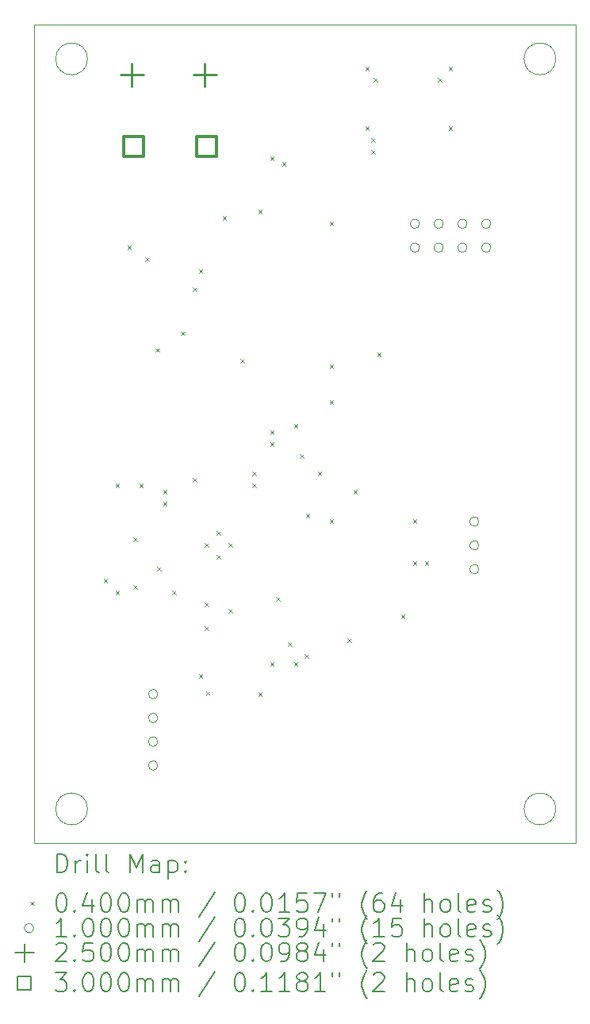
<source format=gbr>
%TF.GenerationSoftware,KiCad,Pcbnew,7.0.2*%
%TF.CreationDate,2023-07-26T12:22:07-04:00*%
%TF.ProjectId,avc-computer,6176632d-636f-46d7-9075-7465722e6b69,rev?*%
%TF.SameCoordinates,Original*%
%TF.FileFunction,Drillmap*%
%TF.FilePolarity,Positive*%
%FSLAX45Y45*%
G04 Gerber Fmt 4.5, Leading zero omitted, Abs format (unit mm)*
G04 Created by KiCad (PCBNEW 7.0.2) date 2023-07-26 12:22:07*
%MOMM*%
%LPD*%
G01*
G04 APERTURE LIST*
%ADD10C,0.100000*%
%ADD11C,0.200000*%
%ADD12C,0.040000*%
%ADD13C,0.250000*%
%ADD14C,0.300000*%
G04 APERTURE END LIST*
D10*
X9904000Y-13925050D02*
G75*
G03*
X9904000Y-13925050I-170000J0D01*
G01*
X9334500Y-5562600D02*
X15113000Y-5562600D01*
X15113000Y-14287500D01*
X9334500Y-14287500D01*
X9334500Y-5562600D01*
X9904000Y-5925050D02*
G75*
G03*
X9904000Y-5925050I-170000J0D01*
G01*
X14904000Y-5925050D02*
G75*
G03*
X14904000Y-5925050I-170000J0D01*
G01*
X14904000Y-13925050D02*
G75*
G03*
X14904000Y-13925050I-170000J0D01*
G01*
D11*
D12*
X10076500Y-11473500D02*
X10116500Y-11513500D01*
X10116500Y-11473500D02*
X10076500Y-11513500D01*
X10203500Y-10457500D02*
X10243500Y-10497500D01*
X10243500Y-10457500D02*
X10203500Y-10497500D01*
X10203500Y-11600500D02*
X10243500Y-11640500D01*
X10243500Y-11600500D02*
X10203500Y-11640500D01*
X10330500Y-7917500D02*
X10370500Y-7957500D01*
X10370500Y-7917500D02*
X10330500Y-7957500D01*
X10394000Y-11029000D02*
X10434000Y-11069000D01*
X10434000Y-11029000D02*
X10394000Y-11069000D01*
X10394000Y-11537000D02*
X10434000Y-11577000D01*
X10434000Y-11537000D02*
X10394000Y-11577000D01*
X10457500Y-10457500D02*
X10497500Y-10497500D01*
X10497500Y-10457500D02*
X10457500Y-10497500D01*
X10521000Y-8044500D02*
X10561000Y-8084500D01*
X10561000Y-8044500D02*
X10521000Y-8084500D01*
X10633000Y-9012000D02*
X10673000Y-9052000D01*
X10673000Y-9012000D02*
X10633000Y-9052000D01*
X10648000Y-11346500D02*
X10688000Y-11386500D01*
X10688000Y-11346500D02*
X10648000Y-11386500D01*
X10711500Y-10521000D02*
X10751500Y-10561000D01*
X10751500Y-10521000D02*
X10711500Y-10561000D01*
X10711500Y-10648000D02*
X10751500Y-10688000D01*
X10751500Y-10648000D02*
X10711500Y-10688000D01*
X10806500Y-11600500D02*
X10846500Y-11640500D01*
X10846500Y-11600500D02*
X10806500Y-11640500D01*
X10902000Y-8834250D02*
X10942000Y-8874250D01*
X10942000Y-8834250D02*
X10902000Y-8874250D01*
X11029000Y-8362000D02*
X11069000Y-8402000D01*
X11069000Y-8362000D02*
X11029000Y-8402000D01*
X11029000Y-10394000D02*
X11069000Y-10434000D01*
X11069000Y-10394000D02*
X11029000Y-10434000D01*
X11092500Y-8171500D02*
X11132500Y-8211500D01*
X11132500Y-8171500D02*
X11092500Y-8211500D01*
X11092500Y-12489500D02*
X11132500Y-12529500D01*
X11132500Y-12489500D02*
X11092500Y-12529500D01*
X11156000Y-11092500D02*
X11196000Y-11132500D01*
X11196000Y-11092500D02*
X11156000Y-11132500D01*
X11156000Y-11727500D02*
X11196000Y-11767500D01*
X11196000Y-11727500D02*
X11156000Y-11767500D01*
X11156000Y-11981500D02*
X11196000Y-12021500D01*
X11196000Y-11981500D02*
X11156000Y-12021500D01*
X11168269Y-12667731D02*
X11208269Y-12707731D01*
X11208269Y-12667731D02*
X11168269Y-12707731D01*
X11283000Y-10965500D02*
X11323000Y-11005500D01*
X11323000Y-10965500D02*
X11283000Y-11005500D01*
X11283000Y-11219500D02*
X11323000Y-11259500D01*
X11323000Y-11219500D02*
X11283000Y-11259500D01*
X11346500Y-7600000D02*
X11386500Y-7640000D01*
X11386500Y-7600000D02*
X11346500Y-7640000D01*
X11410000Y-11092500D02*
X11450000Y-11132500D01*
X11450000Y-11092500D02*
X11410000Y-11132500D01*
X11410000Y-11791000D02*
X11450000Y-11831000D01*
X11450000Y-11791000D02*
X11410000Y-11831000D01*
X11537000Y-9124000D02*
X11577000Y-9164000D01*
X11577000Y-9124000D02*
X11537000Y-9164000D01*
X11664000Y-10330500D02*
X11704000Y-10370500D01*
X11704000Y-10330500D02*
X11664000Y-10370500D01*
X11664000Y-10457500D02*
X11704000Y-10497500D01*
X11704000Y-10457500D02*
X11664000Y-10497500D01*
X11727500Y-7536500D02*
X11767500Y-7576500D01*
X11767500Y-7536500D02*
X11727500Y-7576500D01*
X11727500Y-12680000D02*
X11767500Y-12720000D01*
X11767500Y-12680000D02*
X11727500Y-12720000D01*
X11854500Y-6965000D02*
X11894500Y-7005000D01*
X11894500Y-6965000D02*
X11854500Y-7005000D01*
X11854500Y-9886000D02*
X11894500Y-9926000D01*
X11894500Y-9886000D02*
X11854500Y-9926000D01*
X11854500Y-10013000D02*
X11894500Y-10053000D01*
X11894500Y-10013000D02*
X11854500Y-10053000D01*
X11854500Y-12362500D02*
X11894500Y-12402500D01*
X11894500Y-12362500D02*
X11854500Y-12402500D01*
X11918000Y-11664000D02*
X11958000Y-11704000D01*
X11958000Y-11664000D02*
X11918000Y-11704000D01*
X11981500Y-7028500D02*
X12021500Y-7068500D01*
X12021500Y-7028500D02*
X11981500Y-7068500D01*
X12045000Y-12146600D02*
X12085000Y-12186600D01*
X12085000Y-12146600D02*
X12045000Y-12186600D01*
X12108500Y-9822500D02*
X12148500Y-9862500D01*
X12148500Y-9822500D02*
X12108500Y-9862500D01*
X12108500Y-12362500D02*
X12148500Y-12402500D01*
X12148500Y-12362500D02*
X12108500Y-12402500D01*
X12172000Y-10140000D02*
X12212000Y-10180000D01*
X12212000Y-10140000D02*
X12172000Y-10180000D01*
X12222800Y-12273600D02*
X12262800Y-12313600D01*
X12262800Y-12273600D02*
X12222800Y-12313600D01*
X12235500Y-10775000D02*
X12275500Y-10815000D01*
X12275500Y-10775000D02*
X12235500Y-10815000D01*
X12362500Y-10330500D02*
X12402500Y-10370500D01*
X12402500Y-10330500D02*
X12362500Y-10370500D01*
X12489500Y-7663500D02*
X12529500Y-7703500D01*
X12529500Y-7663500D02*
X12489500Y-7703500D01*
X12489500Y-9187500D02*
X12529500Y-9227500D01*
X12529500Y-9187500D02*
X12489500Y-9227500D01*
X12489500Y-9568500D02*
X12529500Y-9608500D01*
X12529500Y-9568500D02*
X12489500Y-9608500D01*
X12489500Y-10838500D02*
X12529500Y-10878500D01*
X12529500Y-10838500D02*
X12489500Y-10878500D01*
X12680000Y-12108500D02*
X12720000Y-12148500D01*
X12720000Y-12108500D02*
X12680000Y-12148500D01*
X12743500Y-10521000D02*
X12783500Y-10561000D01*
X12783500Y-10521000D02*
X12743500Y-10561000D01*
X12870500Y-6012500D02*
X12910500Y-6052500D01*
X12910500Y-6012500D02*
X12870500Y-6052500D01*
X12870500Y-6647500D02*
X12910500Y-6687500D01*
X12910500Y-6647500D02*
X12870500Y-6687500D01*
X12934000Y-6774500D02*
X12974000Y-6814500D01*
X12974000Y-6774500D02*
X12934000Y-6814500D01*
X12934000Y-6901500D02*
X12974000Y-6941500D01*
X12974000Y-6901500D02*
X12934000Y-6941500D01*
X12959400Y-6126800D02*
X12999400Y-6166800D01*
X12999400Y-6126800D02*
X12959400Y-6166800D01*
X12997500Y-9060500D02*
X13037500Y-9100500D01*
X13037500Y-9060500D02*
X12997500Y-9100500D01*
X13251500Y-11854500D02*
X13291500Y-11894500D01*
X13291500Y-11854500D02*
X13251500Y-11894500D01*
X13378500Y-10838500D02*
X13418500Y-10878500D01*
X13418500Y-10838500D02*
X13378500Y-10878500D01*
X13378500Y-11283000D02*
X13418500Y-11323000D01*
X13418500Y-11283000D02*
X13378500Y-11323000D01*
X13505500Y-11283000D02*
X13545500Y-11323000D01*
X13545500Y-11283000D02*
X13505500Y-11323000D01*
X13645200Y-6126800D02*
X13685200Y-6166800D01*
X13685200Y-6126800D02*
X13645200Y-6166800D01*
X13759500Y-6012500D02*
X13799500Y-6052500D01*
X13799500Y-6012500D02*
X13759500Y-6052500D01*
X13759500Y-6647500D02*
X13799500Y-6687500D01*
X13799500Y-6647500D02*
X13759500Y-6687500D01*
D10*
X10654500Y-12700000D02*
G75*
G03*
X10654500Y-12700000I-50000J0D01*
G01*
X10654500Y-12954000D02*
G75*
G03*
X10654500Y-12954000I-50000J0D01*
G01*
X10654500Y-13208000D02*
G75*
G03*
X10654500Y-13208000I-50000J0D01*
G01*
X10654500Y-13462000D02*
G75*
G03*
X10654500Y-13462000I-50000J0D01*
G01*
X13448500Y-7683500D02*
G75*
G03*
X13448500Y-7683500I-50000J0D01*
G01*
X13448500Y-7937500D02*
G75*
G03*
X13448500Y-7937500I-50000J0D01*
G01*
X13702500Y-7683500D02*
G75*
G03*
X13702500Y-7683500I-50000J0D01*
G01*
X13702500Y-7937500D02*
G75*
G03*
X13702500Y-7937500I-50000J0D01*
G01*
X13956500Y-7683500D02*
G75*
G03*
X13956500Y-7683500I-50000J0D01*
G01*
X13956500Y-7937500D02*
G75*
G03*
X13956500Y-7937500I-50000J0D01*
G01*
X14083500Y-10860000D02*
G75*
G03*
X14083500Y-10860000I-50000J0D01*
G01*
X14083500Y-11114000D02*
G75*
G03*
X14083500Y-11114000I-50000J0D01*
G01*
X14083500Y-11368000D02*
G75*
G03*
X14083500Y-11368000I-50000J0D01*
G01*
X14210500Y-7683500D02*
G75*
G03*
X14210500Y-7683500I-50000J0D01*
G01*
X14210500Y-7937500D02*
G75*
G03*
X14210500Y-7937500I-50000J0D01*
G01*
D13*
X10378000Y-5971000D02*
X10378000Y-6221000D01*
X10253000Y-6096000D02*
X10503000Y-6096000D01*
X11158000Y-5971000D02*
X11158000Y-6221000D01*
X11033000Y-6096000D02*
X11283000Y-6096000D01*
D14*
X10502067Y-6964067D02*
X10502067Y-6751933D01*
X10289933Y-6751933D01*
X10289933Y-6964067D01*
X10502067Y-6964067D01*
X11282067Y-6964067D02*
X11282067Y-6751933D01*
X11069933Y-6751933D01*
X11069933Y-6964067D01*
X11282067Y-6964067D01*
D11*
X9577119Y-14605024D02*
X9577119Y-14405024D01*
X9577119Y-14405024D02*
X9624738Y-14405024D01*
X9624738Y-14405024D02*
X9653310Y-14414548D01*
X9653310Y-14414548D02*
X9672357Y-14433595D01*
X9672357Y-14433595D02*
X9681881Y-14452643D01*
X9681881Y-14452643D02*
X9691405Y-14490738D01*
X9691405Y-14490738D02*
X9691405Y-14519309D01*
X9691405Y-14519309D02*
X9681881Y-14557405D01*
X9681881Y-14557405D02*
X9672357Y-14576452D01*
X9672357Y-14576452D02*
X9653310Y-14595500D01*
X9653310Y-14595500D02*
X9624738Y-14605024D01*
X9624738Y-14605024D02*
X9577119Y-14605024D01*
X9777119Y-14605024D02*
X9777119Y-14471690D01*
X9777119Y-14509786D02*
X9786643Y-14490738D01*
X9786643Y-14490738D02*
X9796167Y-14481214D01*
X9796167Y-14481214D02*
X9815214Y-14471690D01*
X9815214Y-14471690D02*
X9834262Y-14471690D01*
X9900929Y-14605024D02*
X9900929Y-14471690D01*
X9900929Y-14405024D02*
X9891405Y-14414548D01*
X9891405Y-14414548D02*
X9900929Y-14424071D01*
X9900929Y-14424071D02*
X9910452Y-14414548D01*
X9910452Y-14414548D02*
X9900929Y-14405024D01*
X9900929Y-14405024D02*
X9900929Y-14424071D01*
X10024738Y-14605024D02*
X10005690Y-14595500D01*
X10005690Y-14595500D02*
X9996167Y-14576452D01*
X9996167Y-14576452D02*
X9996167Y-14405024D01*
X10129500Y-14605024D02*
X10110452Y-14595500D01*
X10110452Y-14595500D02*
X10100929Y-14576452D01*
X10100929Y-14576452D02*
X10100929Y-14405024D01*
X10358071Y-14605024D02*
X10358071Y-14405024D01*
X10358071Y-14405024D02*
X10424738Y-14547881D01*
X10424738Y-14547881D02*
X10491405Y-14405024D01*
X10491405Y-14405024D02*
X10491405Y-14605024D01*
X10672357Y-14605024D02*
X10672357Y-14500262D01*
X10672357Y-14500262D02*
X10662833Y-14481214D01*
X10662833Y-14481214D02*
X10643786Y-14471690D01*
X10643786Y-14471690D02*
X10605690Y-14471690D01*
X10605690Y-14471690D02*
X10586643Y-14481214D01*
X10672357Y-14595500D02*
X10653310Y-14605024D01*
X10653310Y-14605024D02*
X10605690Y-14605024D01*
X10605690Y-14605024D02*
X10586643Y-14595500D01*
X10586643Y-14595500D02*
X10577119Y-14576452D01*
X10577119Y-14576452D02*
X10577119Y-14557405D01*
X10577119Y-14557405D02*
X10586643Y-14538357D01*
X10586643Y-14538357D02*
X10605690Y-14528833D01*
X10605690Y-14528833D02*
X10653310Y-14528833D01*
X10653310Y-14528833D02*
X10672357Y-14519309D01*
X10767595Y-14471690D02*
X10767595Y-14671690D01*
X10767595Y-14481214D02*
X10786643Y-14471690D01*
X10786643Y-14471690D02*
X10824738Y-14471690D01*
X10824738Y-14471690D02*
X10843786Y-14481214D01*
X10843786Y-14481214D02*
X10853310Y-14490738D01*
X10853310Y-14490738D02*
X10862833Y-14509786D01*
X10862833Y-14509786D02*
X10862833Y-14566928D01*
X10862833Y-14566928D02*
X10853310Y-14585976D01*
X10853310Y-14585976D02*
X10843786Y-14595500D01*
X10843786Y-14595500D02*
X10824738Y-14605024D01*
X10824738Y-14605024D02*
X10786643Y-14605024D01*
X10786643Y-14605024D02*
X10767595Y-14595500D01*
X10948548Y-14585976D02*
X10958071Y-14595500D01*
X10958071Y-14595500D02*
X10948548Y-14605024D01*
X10948548Y-14605024D02*
X10939024Y-14595500D01*
X10939024Y-14595500D02*
X10948548Y-14585976D01*
X10948548Y-14585976D02*
X10948548Y-14605024D01*
X10948548Y-14481214D02*
X10958071Y-14490738D01*
X10958071Y-14490738D02*
X10948548Y-14500262D01*
X10948548Y-14500262D02*
X10939024Y-14490738D01*
X10939024Y-14490738D02*
X10948548Y-14481214D01*
X10948548Y-14481214D02*
X10948548Y-14500262D01*
D12*
X9289500Y-14912500D02*
X9329500Y-14952500D01*
X9329500Y-14912500D02*
X9289500Y-14952500D01*
D11*
X9615214Y-14825024D02*
X9634262Y-14825024D01*
X9634262Y-14825024D02*
X9653310Y-14834548D01*
X9653310Y-14834548D02*
X9662833Y-14844071D01*
X9662833Y-14844071D02*
X9672357Y-14863119D01*
X9672357Y-14863119D02*
X9681881Y-14901214D01*
X9681881Y-14901214D02*
X9681881Y-14948833D01*
X9681881Y-14948833D02*
X9672357Y-14986928D01*
X9672357Y-14986928D02*
X9662833Y-15005976D01*
X9662833Y-15005976D02*
X9653310Y-15015500D01*
X9653310Y-15015500D02*
X9634262Y-15025024D01*
X9634262Y-15025024D02*
X9615214Y-15025024D01*
X9615214Y-15025024D02*
X9596167Y-15015500D01*
X9596167Y-15015500D02*
X9586643Y-15005976D01*
X9586643Y-15005976D02*
X9577119Y-14986928D01*
X9577119Y-14986928D02*
X9567595Y-14948833D01*
X9567595Y-14948833D02*
X9567595Y-14901214D01*
X9567595Y-14901214D02*
X9577119Y-14863119D01*
X9577119Y-14863119D02*
X9586643Y-14844071D01*
X9586643Y-14844071D02*
X9596167Y-14834548D01*
X9596167Y-14834548D02*
X9615214Y-14825024D01*
X9767595Y-15005976D02*
X9777119Y-15015500D01*
X9777119Y-15015500D02*
X9767595Y-15025024D01*
X9767595Y-15025024D02*
X9758071Y-15015500D01*
X9758071Y-15015500D02*
X9767595Y-15005976D01*
X9767595Y-15005976D02*
X9767595Y-15025024D01*
X9948548Y-14891690D02*
X9948548Y-15025024D01*
X9900929Y-14815500D02*
X9853310Y-14958357D01*
X9853310Y-14958357D02*
X9977119Y-14958357D01*
X10091405Y-14825024D02*
X10110452Y-14825024D01*
X10110452Y-14825024D02*
X10129500Y-14834548D01*
X10129500Y-14834548D02*
X10139024Y-14844071D01*
X10139024Y-14844071D02*
X10148548Y-14863119D01*
X10148548Y-14863119D02*
X10158071Y-14901214D01*
X10158071Y-14901214D02*
X10158071Y-14948833D01*
X10158071Y-14948833D02*
X10148548Y-14986928D01*
X10148548Y-14986928D02*
X10139024Y-15005976D01*
X10139024Y-15005976D02*
X10129500Y-15015500D01*
X10129500Y-15015500D02*
X10110452Y-15025024D01*
X10110452Y-15025024D02*
X10091405Y-15025024D01*
X10091405Y-15025024D02*
X10072357Y-15015500D01*
X10072357Y-15015500D02*
X10062833Y-15005976D01*
X10062833Y-15005976D02*
X10053310Y-14986928D01*
X10053310Y-14986928D02*
X10043786Y-14948833D01*
X10043786Y-14948833D02*
X10043786Y-14901214D01*
X10043786Y-14901214D02*
X10053310Y-14863119D01*
X10053310Y-14863119D02*
X10062833Y-14844071D01*
X10062833Y-14844071D02*
X10072357Y-14834548D01*
X10072357Y-14834548D02*
X10091405Y-14825024D01*
X10281881Y-14825024D02*
X10300929Y-14825024D01*
X10300929Y-14825024D02*
X10319976Y-14834548D01*
X10319976Y-14834548D02*
X10329500Y-14844071D01*
X10329500Y-14844071D02*
X10339024Y-14863119D01*
X10339024Y-14863119D02*
X10348548Y-14901214D01*
X10348548Y-14901214D02*
X10348548Y-14948833D01*
X10348548Y-14948833D02*
X10339024Y-14986928D01*
X10339024Y-14986928D02*
X10329500Y-15005976D01*
X10329500Y-15005976D02*
X10319976Y-15015500D01*
X10319976Y-15015500D02*
X10300929Y-15025024D01*
X10300929Y-15025024D02*
X10281881Y-15025024D01*
X10281881Y-15025024D02*
X10262833Y-15015500D01*
X10262833Y-15015500D02*
X10253310Y-15005976D01*
X10253310Y-15005976D02*
X10243786Y-14986928D01*
X10243786Y-14986928D02*
X10234262Y-14948833D01*
X10234262Y-14948833D02*
X10234262Y-14901214D01*
X10234262Y-14901214D02*
X10243786Y-14863119D01*
X10243786Y-14863119D02*
X10253310Y-14844071D01*
X10253310Y-14844071D02*
X10262833Y-14834548D01*
X10262833Y-14834548D02*
X10281881Y-14825024D01*
X10434262Y-15025024D02*
X10434262Y-14891690D01*
X10434262Y-14910738D02*
X10443786Y-14901214D01*
X10443786Y-14901214D02*
X10462833Y-14891690D01*
X10462833Y-14891690D02*
X10491405Y-14891690D01*
X10491405Y-14891690D02*
X10510452Y-14901214D01*
X10510452Y-14901214D02*
X10519976Y-14920262D01*
X10519976Y-14920262D02*
X10519976Y-15025024D01*
X10519976Y-14920262D02*
X10529500Y-14901214D01*
X10529500Y-14901214D02*
X10548548Y-14891690D01*
X10548548Y-14891690D02*
X10577119Y-14891690D01*
X10577119Y-14891690D02*
X10596167Y-14901214D01*
X10596167Y-14901214D02*
X10605691Y-14920262D01*
X10605691Y-14920262D02*
X10605691Y-15025024D01*
X10700929Y-15025024D02*
X10700929Y-14891690D01*
X10700929Y-14910738D02*
X10710452Y-14901214D01*
X10710452Y-14901214D02*
X10729500Y-14891690D01*
X10729500Y-14891690D02*
X10758072Y-14891690D01*
X10758072Y-14891690D02*
X10777119Y-14901214D01*
X10777119Y-14901214D02*
X10786643Y-14920262D01*
X10786643Y-14920262D02*
X10786643Y-15025024D01*
X10786643Y-14920262D02*
X10796167Y-14901214D01*
X10796167Y-14901214D02*
X10815214Y-14891690D01*
X10815214Y-14891690D02*
X10843786Y-14891690D01*
X10843786Y-14891690D02*
X10862833Y-14901214D01*
X10862833Y-14901214D02*
X10872357Y-14920262D01*
X10872357Y-14920262D02*
X10872357Y-15025024D01*
X11262833Y-14815500D02*
X11091405Y-15072643D01*
X11519976Y-14825024D02*
X11539024Y-14825024D01*
X11539024Y-14825024D02*
X11558072Y-14834548D01*
X11558072Y-14834548D02*
X11567595Y-14844071D01*
X11567595Y-14844071D02*
X11577119Y-14863119D01*
X11577119Y-14863119D02*
X11586643Y-14901214D01*
X11586643Y-14901214D02*
X11586643Y-14948833D01*
X11586643Y-14948833D02*
X11577119Y-14986928D01*
X11577119Y-14986928D02*
X11567595Y-15005976D01*
X11567595Y-15005976D02*
X11558072Y-15015500D01*
X11558072Y-15015500D02*
X11539024Y-15025024D01*
X11539024Y-15025024D02*
X11519976Y-15025024D01*
X11519976Y-15025024D02*
X11500929Y-15015500D01*
X11500929Y-15015500D02*
X11491405Y-15005976D01*
X11491405Y-15005976D02*
X11481881Y-14986928D01*
X11481881Y-14986928D02*
X11472357Y-14948833D01*
X11472357Y-14948833D02*
X11472357Y-14901214D01*
X11472357Y-14901214D02*
X11481881Y-14863119D01*
X11481881Y-14863119D02*
X11491405Y-14844071D01*
X11491405Y-14844071D02*
X11500929Y-14834548D01*
X11500929Y-14834548D02*
X11519976Y-14825024D01*
X11672357Y-15005976D02*
X11681881Y-15015500D01*
X11681881Y-15015500D02*
X11672357Y-15025024D01*
X11672357Y-15025024D02*
X11662833Y-15015500D01*
X11662833Y-15015500D02*
X11672357Y-15005976D01*
X11672357Y-15005976D02*
X11672357Y-15025024D01*
X11805691Y-14825024D02*
X11824738Y-14825024D01*
X11824738Y-14825024D02*
X11843786Y-14834548D01*
X11843786Y-14834548D02*
X11853310Y-14844071D01*
X11853310Y-14844071D02*
X11862833Y-14863119D01*
X11862833Y-14863119D02*
X11872357Y-14901214D01*
X11872357Y-14901214D02*
X11872357Y-14948833D01*
X11872357Y-14948833D02*
X11862833Y-14986928D01*
X11862833Y-14986928D02*
X11853310Y-15005976D01*
X11853310Y-15005976D02*
X11843786Y-15015500D01*
X11843786Y-15015500D02*
X11824738Y-15025024D01*
X11824738Y-15025024D02*
X11805691Y-15025024D01*
X11805691Y-15025024D02*
X11786643Y-15015500D01*
X11786643Y-15015500D02*
X11777119Y-15005976D01*
X11777119Y-15005976D02*
X11767595Y-14986928D01*
X11767595Y-14986928D02*
X11758072Y-14948833D01*
X11758072Y-14948833D02*
X11758072Y-14901214D01*
X11758072Y-14901214D02*
X11767595Y-14863119D01*
X11767595Y-14863119D02*
X11777119Y-14844071D01*
X11777119Y-14844071D02*
X11786643Y-14834548D01*
X11786643Y-14834548D02*
X11805691Y-14825024D01*
X12062833Y-15025024D02*
X11948548Y-15025024D01*
X12005691Y-15025024D02*
X12005691Y-14825024D01*
X12005691Y-14825024D02*
X11986643Y-14853595D01*
X11986643Y-14853595D02*
X11967595Y-14872643D01*
X11967595Y-14872643D02*
X11948548Y-14882167D01*
X12243786Y-14825024D02*
X12148548Y-14825024D01*
X12148548Y-14825024D02*
X12139024Y-14920262D01*
X12139024Y-14920262D02*
X12148548Y-14910738D01*
X12148548Y-14910738D02*
X12167595Y-14901214D01*
X12167595Y-14901214D02*
X12215214Y-14901214D01*
X12215214Y-14901214D02*
X12234262Y-14910738D01*
X12234262Y-14910738D02*
X12243786Y-14920262D01*
X12243786Y-14920262D02*
X12253310Y-14939309D01*
X12253310Y-14939309D02*
X12253310Y-14986928D01*
X12253310Y-14986928D02*
X12243786Y-15005976D01*
X12243786Y-15005976D02*
X12234262Y-15015500D01*
X12234262Y-15015500D02*
X12215214Y-15025024D01*
X12215214Y-15025024D02*
X12167595Y-15025024D01*
X12167595Y-15025024D02*
X12148548Y-15015500D01*
X12148548Y-15015500D02*
X12139024Y-15005976D01*
X12319976Y-14825024D02*
X12453310Y-14825024D01*
X12453310Y-14825024D02*
X12367595Y-15025024D01*
X12519976Y-14825024D02*
X12519976Y-14863119D01*
X12596167Y-14825024D02*
X12596167Y-14863119D01*
X12891405Y-15101214D02*
X12881881Y-15091690D01*
X12881881Y-15091690D02*
X12862834Y-15063119D01*
X12862834Y-15063119D02*
X12853310Y-15044071D01*
X12853310Y-15044071D02*
X12843786Y-15015500D01*
X12843786Y-15015500D02*
X12834262Y-14967881D01*
X12834262Y-14967881D02*
X12834262Y-14929786D01*
X12834262Y-14929786D02*
X12843786Y-14882167D01*
X12843786Y-14882167D02*
X12853310Y-14853595D01*
X12853310Y-14853595D02*
X12862834Y-14834548D01*
X12862834Y-14834548D02*
X12881881Y-14805976D01*
X12881881Y-14805976D02*
X12891405Y-14796452D01*
X13053310Y-14825024D02*
X13015214Y-14825024D01*
X13015214Y-14825024D02*
X12996167Y-14834548D01*
X12996167Y-14834548D02*
X12986643Y-14844071D01*
X12986643Y-14844071D02*
X12967595Y-14872643D01*
X12967595Y-14872643D02*
X12958072Y-14910738D01*
X12958072Y-14910738D02*
X12958072Y-14986928D01*
X12958072Y-14986928D02*
X12967595Y-15005976D01*
X12967595Y-15005976D02*
X12977119Y-15015500D01*
X12977119Y-15015500D02*
X12996167Y-15025024D01*
X12996167Y-15025024D02*
X13034262Y-15025024D01*
X13034262Y-15025024D02*
X13053310Y-15015500D01*
X13053310Y-15015500D02*
X13062834Y-15005976D01*
X13062834Y-15005976D02*
X13072357Y-14986928D01*
X13072357Y-14986928D02*
X13072357Y-14939309D01*
X13072357Y-14939309D02*
X13062834Y-14920262D01*
X13062834Y-14920262D02*
X13053310Y-14910738D01*
X13053310Y-14910738D02*
X13034262Y-14901214D01*
X13034262Y-14901214D02*
X12996167Y-14901214D01*
X12996167Y-14901214D02*
X12977119Y-14910738D01*
X12977119Y-14910738D02*
X12967595Y-14920262D01*
X12967595Y-14920262D02*
X12958072Y-14939309D01*
X13243786Y-14891690D02*
X13243786Y-15025024D01*
X13196167Y-14815500D02*
X13148548Y-14958357D01*
X13148548Y-14958357D02*
X13272357Y-14958357D01*
X13500929Y-15025024D02*
X13500929Y-14825024D01*
X13586643Y-15025024D02*
X13586643Y-14920262D01*
X13586643Y-14920262D02*
X13577119Y-14901214D01*
X13577119Y-14901214D02*
X13558072Y-14891690D01*
X13558072Y-14891690D02*
X13529500Y-14891690D01*
X13529500Y-14891690D02*
X13510453Y-14901214D01*
X13510453Y-14901214D02*
X13500929Y-14910738D01*
X13710453Y-15025024D02*
X13691405Y-15015500D01*
X13691405Y-15015500D02*
X13681881Y-15005976D01*
X13681881Y-15005976D02*
X13672357Y-14986928D01*
X13672357Y-14986928D02*
X13672357Y-14929786D01*
X13672357Y-14929786D02*
X13681881Y-14910738D01*
X13681881Y-14910738D02*
X13691405Y-14901214D01*
X13691405Y-14901214D02*
X13710453Y-14891690D01*
X13710453Y-14891690D02*
X13739024Y-14891690D01*
X13739024Y-14891690D02*
X13758072Y-14901214D01*
X13758072Y-14901214D02*
X13767596Y-14910738D01*
X13767596Y-14910738D02*
X13777119Y-14929786D01*
X13777119Y-14929786D02*
X13777119Y-14986928D01*
X13777119Y-14986928D02*
X13767596Y-15005976D01*
X13767596Y-15005976D02*
X13758072Y-15015500D01*
X13758072Y-15015500D02*
X13739024Y-15025024D01*
X13739024Y-15025024D02*
X13710453Y-15025024D01*
X13891405Y-15025024D02*
X13872357Y-15015500D01*
X13872357Y-15015500D02*
X13862834Y-14996452D01*
X13862834Y-14996452D02*
X13862834Y-14825024D01*
X14043786Y-15015500D02*
X14024738Y-15025024D01*
X14024738Y-15025024D02*
X13986643Y-15025024D01*
X13986643Y-15025024D02*
X13967596Y-15015500D01*
X13967596Y-15015500D02*
X13958072Y-14996452D01*
X13958072Y-14996452D02*
X13958072Y-14920262D01*
X13958072Y-14920262D02*
X13967596Y-14901214D01*
X13967596Y-14901214D02*
X13986643Y-14891690D01*
X13986643Y-14891690D02*
X14024738Y-14891690D01*
X14024738Y-14891690D02*
X14043786Y-14901214D01*
X14043786Y-14901214D02*
X14053310Y-14920262D01*
X14053310Y-14920262D02*
X14053310Y-14939309D01*
X14053310Y-14939309D02*
X13958072Y-14958357D01*
X14129500Y-15015500D02*
X14148548Y-15025024D01*
X14148548Y-15025024D02*
X14186643Y-15025024D01*
X14186643Y-15025024D02*
X14205691Y-15015500D01*
X14205691Y-15015500D02*
X14215215Y-14996452D01*
X14215215Y-14996452D02*
X14215215Y-14986928D01*
X14215215Y-14986928D02*
X14205691Y-14967881D01*
X14205691Y-14967881D02*
X14186643Y-14958357D01*
X14186643Y-14958357D02*
X14158072Y-14958357D01*
X14158072Y-14958357D02*
X14139024Y-14948833D01*
X14139024Y-14948833D02*
X14129500Y-14929786D01*
X14129500Y-14929786D02*
X14129500Y-14920262D01*
X14129500Y-14920262D02*
X14139024Y-14901214D01*
X14139024Y-14901214D02*
X14158072Y-14891690D01*
X14158072Y-14891690D02*
X14186643Y-14891690D01*
X14186643Y-14891690D02*
X14205691Y-14901214D01*
X14281881Y-15101214D02*
X14291405Y-15091690D01*
X14291405Y-15091690D02*
X14310453Y-15063119D01*
X14310453Y-15063119D02*
X14319977Y-15044071D01*
X14319977Y-15044071D02*
X14329500Y-15015500D01*
X14329500Y-15015500D02*
X14339024Y-14967881D01*
X14339024Y-14967881D02*
X14339024Y-14929786D01*
X14339024Y-14929786D02*
X14329500Y-14882167D01*
X14329500Y-14882167D02*
X14319977Y-14853595D01*
X14319977Y-14853595D02*
X14310453Y-14834548D01*
X14310453Y-14834548D02*
X14291405Y-14805976D01*
X14291405Y-14805976D02*
X14281881Y-14796452D01*
D10*
X9329500Y-15196500D02*
G75*
G03*
X9329500Y-15196500I-50000J0D01*
G01*
D11*
X9681881Y-15289024D02*
X9567595Y-15289024D01*
X9624738Y-15289024D02*
X9624738Y-15089024D01*
X9624738Y-15089024D02*
X9605690Y-15117595D01*
X9605690Y-15117595D02*
X9586643Y-15136643D01*
X9586643Y-15136643D02*
X9567595Y-15146167D01*
X9767595Y-15269976D02*
X9777119Y-15279500D01*
X9777119Y-15279500D02*
X9767595Y-15289024D01*
X9767595Y-15289024D02*
X9758071Y-15279500D01*
X9758071Y-15279500D02*
X9767595Y-15269976D01*
X9767595Y-15269976D02*
X9767595Y-15289024D01*
X9900929Y-15089024D02*
X9919976Y-15089024D01*
X9919976Y-15089024D02*
X9939024Y-15098548D01*
X9939024Y-15098548D02*
X9948548Y-15108071D01*
X9948548Y-15108071D02*
X9958071Y-15127119D01*
X9958071Y-15127119D02*
X9967595Y-15165214D01*
X9967595Y-15165214D02*
X9967595Y-15212833D01*
X9967595Y-15212833D02*
X9958071Y-15250928D01*
X9958071Y-15250928D02*
X9948548Y-15269976D01*
X9948548Y-15269976D02*
X9939024Y-15279500D01*
X9939024Y-15279500D02*
X9919976Y-15289024D01*
X9919976Y-15289024D02*
X9900929Y-15289024D01*
X9900929Y-15289024D02*
X9881881Y-15279500D01*
X9881881Y-15279500D02*
X9872357Y-15269976D01*
X9872357Y-15269976D02*
X9862833Y-15250928D01*
X9862833Y-15250928D02*
X9853310Y-15212833D01*
X9853310Y-15212833D02*
X9853310Y-15165214D01*
X9853310Y-15165214D02*
X9862833Y-15127119D01*
X9862833Y-15127119D02*
X9872357Y-15108071D01*
X9872357Y-15108071D02*
X9881881Y-15098548D01*
X9881881Y-15098548D02*
X9900929Y-15089024D01*
X10091405Y-15089024D02*
X10110452Y-15089024D01*
X10110452Y-15089024D02*
X10129500Y-15098548D01*
X10129500Y-15098548D02*
X10139024Y-15108071D01*
X10139024Y-15108071D02*
X10148548Y-15127119D01*
X10148548Y-15127119D02*
X10158071Y-15165214D01*
X10158071Y-15165214D02*
X10158071Y-15212833D01*
X10158071Y-15212833D02*
X10148548Y-15250928D01*
X10148548Y-15250928D02*
X10139024Y-15269976D01*
X10139024Y-15269976D02*
X10129500Y-15279500D01*
X10129500Y-15279500D02*
X10110452Y-15289024D01*
X10110452Y-15289024D02*
X10091405Y-15289024D01*
X10091405Y-15289024D02*
X10072357Y-15279500D01*
X10072357Y-15279500D02*
X10062833Y-15269976D01*
X10062833Y-15269976D02*
X10053310Y-15250928D01*
X10053310Y-15250928D02*
X10043786Y-15212833D01*
X10043786Y-15212833D02*
X10043786Y-15165214D01*
X10043786Y-15165214D02*
X10053310Y-15127119D01*
X10053310Y-15127119D02*
X10062833Y-15108071D01*
X10062833Y-15108071D02*
X10072357Y-15098548D01*
X10072357Y-15098548D02*
X10091405Y-15089024D01*
X10281881Y-15089024D02*
X10300929Y-15089024D01*
X10300929Y-15089024D02*
X10319976Y-15098548D01*
X10319976Y-15098548D02*
X10329500Y-15108071D01*
X10329500Y-15108071D02*
X10339024Y-15127119D01*
X10339024Y-15127119D02*
X10348548Y-15165214D01*
X10348548Y-15165214D02*
X10348548Y-15212833D01*
X10348548Y-15212833D02*
X10339024Y-15250928D01*
X10339024Y-15250928D02*
X10329500Y-15269976D01*
X10329500Y-15269976D02*
X10319976Y-15279500D01*
X10319976Y-15279500D02*
X10300929Y-15289024D01*
X10300929Y-15289024D02*
X10281881Y-15289024D01*
X10281881Y-15289024D02*
X10262833Y-15279500D01*
X10262833Y-15279500D02*
X10253310Y-15269976D01*
X10253310Y-15269976D02*
X10243786Y-15250928D01*
X10243786Y-15250928D02*
X10234262Y-15212833D01*
X10234262Y-15212833D02*
X10234262Y-15165214D01*
X10234262Y-15165214D02*
X10243786Y-15127119D01*
X10243786Y-15127119D02*
X10253310Y-15108071D01*
X10253310Y-15108071D02*
X10262833Y-15098548D01*
X10262833Y-15098548D02*
X10281881Y-15089024D01*
X10434262Y-15289024D02*
X10434262Y-15155690D01*
X10434262Y-15174738D02*
X10443786Y-15165214D01*
X10443786Y-15165214D02*
X10462833Y-15155690D01*
X10462833Y-15155690D02*
X10491405Y-15155690D01*
X10491405Y-15155690D02*
X10510452Y-15165214D01*
X10510452Y-15165214D02*
X10519976Y-15184262D01*
X10519976Y-15184262D02*
X10519976Y-15289024D01*
X10519976Y-15184262D02*
X10529500Y-15165214D01*
X10529500Y-15165214D02*
X10548548Y-15155690D01*
X10548548Y-15155690D02*
X10577119Y-15155690D01*
X10577119Y-15155690D02*
X10596167Y-15165214D01*
X10596167Y-15165214D02*
X10605691Y-15184262D01*
X10605691Y-15184262D02*
X10605691Y-15289024D01*
X10700929Y-15289024D02*
X10700929Y-15155690D01*
X10700929Y-15174738D02*
X10710452Y-15165214D01*
X10710452Y-15165214D02*
X10729500Y-15155690D01*
X10729500Y-15155690D02*
X10758072Y-15155690D01*
X10758072Y-15155690D02*
X10777119Y-15165214D01*
X10777119Y-15165214D02*
X10786643Y-15184262D01*
X10786643Y-15184262D02*
X10786643Y-15289024D01*
X10786643Y-15184262D02*
X10796167Y-15165214D01*
X10796167Y-15165214D02*
X10815214Y-15155690D01*
X10815214Y-15155690D02*
X10843786Y-15155690D01*
X10843786Y-15155690D02*
X10862833Y-15165214D01*
X10862833Y-15165214D02*
X10872357Y-15184262D01*
X10872357Y-15184262D02*
X10872357Y-15289024D01*
X11262833Y-15079500D02*
X11091405Y-15336643D01*
X11519976Y-15089024D02*
X11539024Y-15089024D01*
X11539024Y-15089024D02*
X11558072Y-15098548D01*
X11558072Y-15098548D02*
X11567595Y-15108071D01*
X11567595Y-15108071D02*
X11577119Y-15127119D01*
X11577119Y-15127119D02*
X11586643Y-15165214D01*
X11586643Y-15165214D02*
X11586643Y-15212833D01*
X11586643Y-15212833D02*
X11577119Y-15250928D01*
X11577119Y-15250928D02*
X11567595Y-15269976D01*
X11567595Y-15269976D02*
X11558072Y-15279500D01*
X11558072Y-15279500D02*
X11539024Y-15289024D01*
X11539024Y-15289024D02*
X11519976Y-15289024D01*
X11519976Y-15289024D02*
X11500929Y-15279500D01*
X11500929Y-15279500D02*
X11491405Y-15269976D01*
X11491405Y-15269976D02*
X11481881Y-15250928D01*
X11481881Y-15250928D02*
X11472357Y-15212833D01*
X11472357Y-15212833D02*
X11472357Y-15165214D01*
X11472357Y-15165214D02*
X11481881Y-15127119D01*
X11481881Y-15127119D02*
X11491405Y-15108071D01*
X11491405Y-15108071D02*
X11500929Y-15098548D01*
X11500929Y-15098548D02*
X11519976Y-15089024D01*
X11672357Y-15269976D02*
X11681881Y-15279500D01*
X11681881Y-15279500D02*
X11672357Y-15289024D01*
X11672357Y-15289024D02*
X11662833Y-15279500D01*
X11662833Y-15279500D02*
X11672357Y-15269976D01*
X11672357Y-15269976D02*
X11672357Y-15289024D01*
X11805691Y-15089024D02*
X11824738Y-15089024D01*
X11824738Y-15089024D02*
X11843786Y-15098548D01*
X11843786Y-15098548D02*
X11853310Y-15108071D01*
X11853310Y-15108071D02*
X11862833Y-15127119D01*
X11862833Y-15127119D02*
X11872357Y-15165214D01*
X11872357Y-15165214D02*
X11872357Y-15212833D01*
X11872357Y-15212833D02*
X11862833Y-15250928D01*
X11862833Y-15250928D02*
X11853310Y-15269976D01*
X11853310Y-15269976D02*
X11843786Y-15279500D01*
X11843786Y-15279500D02*
X11824738Y-15289024D01*
X11824738Y-15289024D02*
X11805691Y-15289024D01*
X11805691Y-15289024D02*
X11786643Y-15279500D01*
X11786643Y-15279500D02*
X11777119Y-15269976D01*
X11777119Y-15269976D02*
X11767595Y-15250928D01*
X11767595Y-15250928D02*
X11758072Y-15212833D01*
X11758072Y-15212833D02*
X11758072Y-15165214D01*
X11758072Y-15165214D02*
X11767595Y-15127119D01*
X11767595Y-15127119D02*
X11777119Y-15108071D01*
X11777119Y-15108071D02*
X11786643Y-15098548D01*
X11786643Y-15098548D02*
X11805691Y-15089024D01*
X11939024Y-15089024D02*
X12062833Y-15089024D01*
X12062833Y-15089024D02*
X11996167Y-15165214D01*
X11996167Y-15165214D02*
X12024738Y-15165214D01*
X12024738Y-15165214D02*
X12043786Y-15174738D01*
X12043786Y-15174738D02*
X12053310Y-15184262D01*
X12053310Y-15184262D02*
X12062833Y-15203309D01*
X12062833Y-15203309D02*
X12062833Y-15250928D01*
X12062833Y-15250928D02*
X12053310Y-15269976D01*
X12053310Y-15269976D02*
X12043786Y-15279500D01*
X12043786Y-15279500D02*
X12024738Y-15289024D01*
X12024738Y-15289024D02*
X11967595Y-15289024D01*
X11967595Y-15289024D02*
X11948548Y-15279500D01*
X11948548Y-15279500D02*
X11939024Y-15269976D01*
X12158072Y-15289024D02*
X12196167Y-15289024D01*
X12196167Y-15289024D02*
X12215214Y-15279500D01*
X12215214Y-15279500D02*
X12224738Y-15269976D01*
X12224738Y-15269976D02*
X12243786Y-15241405D01*
X12243786Y-15241405D02*
X12253310Y-15203309D01*
X12253310Y-15203309D02*
X12253310Y-15127119D01*
X12253310Y-15127119D02*
X12243786Y-15108071D01*
X12243786Y-15108071D02*
X12234262Y-15098548D01*
X12234262Y-15098548D02*
X12215214Y-15089024D01*
X12215214Y-15089024D02*
X12177119Y-15089024D01*
X12177119Y-15089024D02*
X12158072Y-15098548D01*
X12158072Y-15098548D02*
X12148548Y-15108071D01*
X12148548Y-15108071D02*
X12139024Y-15127119D01*
X12139024Y-15127119D02*
X12139024Y-15174738D01*
X12139024Y-15174738D02*
X12148548Y-15193786D01*
X12148548Y-15193786D02*
X12158072Y-15203309D01*
X12158072Y-15203309D02*
X12177119Y-15212833D01*
X12177119Y-15212833D02*
X12215214Y-15212833D01*
X12215214Y-15212833D02*
X12234262Y-15203309D01*
X12234262Y-15203309D02*
X12243786Y-15193786D01*
X12243786Y-15193786D02*
X12253310Y-15174738D01*
X12424738Y-15155690D02*
X12424738Y-15289024D01*
X12377119Y-15079500D02*
X12329500Y-15222357D01*
X12329500Y-15222357D02*
X12453310Y-15222357D01*
X12519976Y-15089024D02*
X12519976Y-15127119D01*
X12596167Y-15089024D02*
X12596167Y-15127119D01*
X12891405Y-15365214D02*
X12881881Y-15355690D01*
X12881881Y-15355690D02*
X12862834Y-15327119D01*
X12862834Y-15327119D02*
X12853310Y-15308071D01*
X12853310Y-15308071D02*
X12843786Y-15279500D01*
X12843786Y-15279500D02*
X12834262Y-15231881D01*
X12834262Y-15231881D02*
X12834262Y-15193786D01*
X12834262Y-15193786D02*
X12843786Y-15146167D01*
X12843786Y-15146167D02*
X12853310Y-15117595D01*
X12853310Y-15117595D02*
X12862834Y-15098548D01*
X12862834Y-15098548D02*
X12881881Y-15069976D01*
X12881881Y-15069976D02*
X12891405Y-15060452D01*
X13072357Y-15289024D02*
X12958072Y-15289024D01*
X13015214Y-15289024D02*
X13015214Y-15089024D01*
X13015214Y-15089024D02*
X12996167Y-15117595D01*
X12996167Y-15117595D02*
X12977119Y-15136643D01*
X12977119Y-15136643D02*
X12958072Y-15146167D01*
X13253310Y-15089024D02*
X13158072Y-15089024D01*
X13158072Y-15089024D02*
X13148548Y-15184262D01*
X13148548Y-15184262D02*
X13158072Y-15174738D01*
X13158072Y-15174738D02*
X13177119Y-15165214D01*
X13177119Y-15165214D02*
X13224738Y-15165214D01*
X13224738Y-15165214D02*
X13243786Y-15174738D01*
X13243786Y-15174738D02*
X13253310Y-15184262D01*
X13253310Y-15184262D02*
X13262834Y-15203309D01*
X13262834Y-15203309D02*
X13262834Y-15250928D01*
X13262834Y-15250928D02*
X13253310Y-15269976D01*
X13253310Y-15269976D02*
X13243786Y-15279500D01*
X13243786Y-15279500D02*
X13224738Y-15289024D01*
X13224738Y-15289024D02*
X13177119Y-15289024D01*
X13177119Y-15289024D02*
X13158072Y-15279500D01*
X13158072Y-15279500D02*
X13148548Y-15269976D01*
X13500929Y-15289024D02*
X13500929Y-15089024D01*
X13586643Y-15289024D02*
X13586643Y-15184262D01*
X13586643Y-15184262D02*
X13577119Y-15165214D01*
X13577119Y-15165214D02*
X13558072Y-15155690D01*
X13558072Y-15155690D02*
X13529500Y-15155690D01*
X13529500Y-15155690D02*
X13510453Y-15165214D01*
X13510453Y-15165214D02*
X13500929Y-15174738D01*
X13710453Y-15289024D02*
X13691405Y-15279500D01*
X13691405Y-15279500D02*
X13681881Y-15269976D01*
X13681881Y-15269976D02*
X13672357Y-15250928D01*
X13672357Y-15250928D02*
X13672357Y-15193786D01*
X13672357Y-15193786D02*
X13681881Y-15174738D01*
X13681881Y-15174738D02*
X13691405Y-15165214D01*
X13691405Y-15165214D02*
X13710453Y-15155690D01*
X13710453Y-15155690D02*
X13739024Y-15155690D01*
X13739024Y-15155690D02*
X13758072Y-15165214D01*
X13758072Y-15165214D02*
X13767596Y-15174738D01*
X13767596Y-15174738D02*
X13777119Y-15193786D01*
X13777119Y-15193786D02*
X13777119Y-15250928D01*
X13777119Y-15250928D02*
X13767596Y-15269976D01*
X13767596Y-15269976D02*
X13758072Y-15279500D01*
X13758072Y-15279500D02*
X13739024Y-15289024D01*
X13739024Y-15289024D02*
X13710453Y-15289024D01*
X13891405Y-15289024D02*
X13872357Y-15279500D01*
X13872357Y-15279500D02*
X13862834Y-15260452D01*
X13862834Y-15260452D02*
X13862834Y-15089024D01*
X14043786Y-15279500D02*
X14024738Y-15289024D01*
X14024738Y-15289024D02*
X13986643Y-15289024D01*
X13986643Y-15289024D02*
X13967596Y-15279500D01*
X13967596Y-15279500D02*
X13958072Y-15260452D01*
X13958072Y-15260452D02*
X13958072Y-15184262D01*
X13958072Y-15184262D02*
X13967596Y-15165214D01*
X13967596Y-15165214D02*
X13986643Y-15155690D01*
X13986643Y-15155690D02*
X14024738Y-15155690D01*
X14024738Y-15155690D02*
X14043786Y-15165214D01*
X14043786Y-15165214D02*
X14053310Y-15184262D01*
X14053310Y-15184262D02*
X14053310Y-15203309D01*
X14053310Y-15203309D02*
X13958072Y-15222357D01*
X14129500Y-15279500D02*
X14148548Y-15289024D01*
X14148548Y-15289024D02*
X14186643Y-15289024D01*
X14186643Y-15289024D02*
X14205691Y-15279500D01*
X14205691Y-15279500D02*
X14215215Y-15260452D01*
X14215215Y-15260452D02*
X14215215Y-15250928D01*
X14215215Y-15250928D02*
X14205691Y-15231881D01*
X14205691Y-15231881D02*
X14186643Y-15222357D01*
X14186643Y-15222357D02*
X14158072Y-15222357D01*
X14158072Y-15222357D02*
X14139024Y-15212833D01*
X14139024Y-15212833D02*
X14129500Y-15193786D01*
X14129500Y-15193786D02*
X14129500Y-15184262D01*
X14129500Y-15184262D02*
X14139024Y-15165214D01*
X14139024Y-15165214D02*
X14158072Y-15155690D01*
X14158072Y-15155690D02*
X14186643Y-15155690D01*
X14186643Y-15155690D02*
X14205691Y-15165214D01*
X14281881Y-15365214D02*
X14291405Y-15355690D01*
X14291405Y-15355690D02*
X14310453Y-15327119D01*
X14310453Y-15327119D02*
X14319977Y-15308071D01*
X14319977Y-15308071D02*
X14329500Y-15279500D01*
X14329500Y-15279500D02*
X14339024Y-15231881D01*
X14339024Y-15231881D02*
X14339024Y-15193786D01*
X14339024Y-15193786D02*
X14329500Y-15146167D01*
X14329500Y-15146167D02*
X14319977Y-15117595D01*
X14319977Y-15117595D02*
X14310453Y-15098548D01*
X14310453Y-15098548D02*
X14291405Y-15069976D01*
X14291405Y-15069976D02*
X14281881Y-15060452D01*
X9229500Y-15360500D02*
X9229500Y-15560500D01*
X9129500Y-15460500D02*
X9329500Y-15460500D01*
X9567595Y-15372071D02*
X9577119Y-15362548D01*
X9577119Y-15362548D02*
X9596167Y-15353024D01*
X9596167Y-15353024D02*
X9643786Y-15353024D01*
X9643786Y-15353024D02*
X9662833Y-15362548D01*
X9662833Y-15362548D02*
X9672357Y-15372071D01*
X9672357Y-15372071D02*
X9681881Y-15391119D01*
X9681881Y-15391119D02*
X9681881Y-15410167D01*
X9681881Y-15410167D02*
X9672357Y-15438738D01*
X9672357Y-15438738D02*
X9558071Y-15553024D01*
X9558071Y-15553024D02*
X9681881Y-15553024D01*
X9767595Y-15533976D02*
X9777119Y-15543500D01*
X9777119Y-15543500D02*
X9767595Y-15553024D01*
X9767595Y-15553024D02*
X9758071Y-15543500D01*
X9758071Y-15543500D02*
X9767595Y-15533976D01*
X9767595Y-15533976D02*
X9767595Y-15553024D01*
X9958071Y-15353024D02*
X9862833Y-15353024D01*
X9862833Y-15353024D02*
X9853310Y-15448262D01*
X9853310Y-15448262D02*
X9862833Y-15438738D01*
X9862833Y-15438738D02*
X9881881Y-15429214D01*
X9881881Y-15429214D02*
X9929500Y-15429214D01*
X9929500Y-15429214D02*
X9948548Y-15438738D01*
X9948548Y-15438738D02*
X9958071Y-15448262D01*
X9958071Y-15448262D02*
X9967595Y-15467309D01*
X9967595Y-15467309D02*
X9967595Y-15514928D01*
X9967595Y-15514928D02*
X9958071Y-15533976D01*
X9958071Y-15533976D02*
X9948548Y-15543500D01*
X9948548Y-15543500D02*
X9929500Y-15553024D01*
X9929500Y-15553024D02*
X9881881Y-15553024D01*
X9881881Y-15553024D02*
X9862833Y-15543500D01*
X9862833Y-15543500D02*
X9853310Y-15533976D01*
X10091405Y-15353024D02*
X10110452Y-15353024D01*
X10110452Y-15353024D02*
X10129500Y-15362548D01*
X10129500Y-15362548D02*
X10139024Y-15372071D01*
X10139024Y-15372071D02*
X10148548Y-15391119D01*
X10148548Y-15391119D02*
X10158071Y-15429214D01*
X10158071Y-15429214D02*
X10158071Y-15476833D01*
X10158071Y-15476833D02*
X10148548Y-15514928D01*
X10148548Y-15514928D02*
X10139024Y-15533976D01*
X10139024Y-15533976D02*
X10129500Y-15543500D01*
X10129500Y-15543500D02*
X10110452Y-15553024D01*
X10110452Y-15553024D02*
X10091405Y-15553024D01*
X10091405Y-15553024D02*
X10072357Y-15543500D01*
X10072357Y-15543500D02*
X10062833Y-15533976D01*
X10062833Y-15533976D02*
X10053310Y-15514928D01*
X10053310Y-15514928D02*
X10043786Y-15476833D01*
X10043786Y-15476833D02*
X10043786Y-15429214D01*
X10043786Y-15429214D02*
X10053310Y-15391119D01*
X10053310Y-15391119D02*
X10062833Y-15372071D01*
X10062833Y-15372071D02*
X10072357Y-15362548D01*
X10072357Y-15362548D02*
X10091405Y-15353024D01*
X10281881Y-15353024D02*
X10300929Y-15353024D01*
X10300929Y-15353024D02*
X10319976Y-15362548D01*
X10319976Y-15362548D02*
X10329500Y-15372071D01*
X10329500Y-15372071D02*
X10339024Y-15391119D01*
X10339024Y-15391119D02*
X10348548Y-15429214D01*
X10348548Y-15429214D02*
X10348548Y-15476833D01*
X10348548Y-15476833D02*
X10339024Y-15514928D01*
X10339024Y-15514928D02*
X10329500Y-15533976D01*
X10329500Y-15533976D02*
X10319976Y-15543500D01*
X10319976Y-15543500D02*
X10300929Y-15553024D01*
X10300929Y-15553024D02*
X10281881Y-15553024D01*
X10281881Y-15553024D02*
X10262833Y-15543500D01*
X10262833Y-15543500D02*
X10253310Y-15533976D01*
X10253310Y-15533976D02*
X10243786Y-15514928D01*
X10243786Y-15514928D02*
X10234262Y-15476833D01*
X10234262Y-15476833D02*
X10234262Y-15429214D01*
X10234262Y-15429214D02*
X10243786Y-15391119D01*
X10243786Y-15391119D02*
X10253310Y-15372071D01*
X10253310Y-15372071D02*
X10262833Y-15362548D01*
X10262833Y-15362548D02*
X10281881Y-15353024D01*
X10434262Y-15553024D02*
X10434262Y-15419690D01*
X10434262Y-15438738D02*
X10443786Y-15429214D01*
X10443786Y-15429214D02*
X10462833Y-15419690D01*
X10462833Y-15419690D02*
X10491405Y-15419690D01*
X10491405Y-15419690D02*
X10510452Y-15429214D01*
X10510452Y-15429214D02*
X10519976Y-15448262D01*
X10519976Y-15448262D02*
X10519976Y-15553024D01*
X10519976Y-15448262D02*
X10529500Y-15429214D01*
X10529500Y-15429214D02*
X10548548Y-15419690D01*
X10548548Y-15419690D02*
X10577119Y-15419690D01*
X10577119Y-15419690D02*
X10596167Y-15429214D01*
X10596167Y-15429214D02*
X10605691Y-15448262D01*
X10605691Y-15448262D02*
X10605691Y-15553024D01*
X10700929Y-15553024D02*
X10700929Y-15419690D01*
X10700929Y-15438738D02*
X10710452Y-15429214D01*
X10710452Y-15429214D02*
X10729500Y-15419690D01*
X10729500Y-15419690D02*
X10758072Y-15419690D01*
X10758072Y-15419690D02*
X10777119Y-15429214D01*
X10777119Y-15429214D02*
X10786643Y-15448262D01*
X10786643Y-15448262D02*
X10786643Y-15553024D01*
X10786643Y-15448262D02*
X10796167Y-15429214D01*
X10796167Y-15429214D02*
X10815214Y-15419690D01*
X10815214Y-15419690D02*
X10843786Y-15419690D01*
X10843786Y-15419690D02*
X10862833Y-15429214D01*
X10862833Y-15429214D02*
X10872357Y-15448262D01*
X10872357Y-15448262D02*
X10872357Y-15553024D01*
X11262833Y-15343500D02*
X11091405Y-15600643D01*
X11519976Y-15353024D02*
X11539024Y-15353024D01*
X11539024Y-15353024D02*
X11558072Y-15362548D01*
X11558072Y-15362548D02*
X11567595Y-15372071D01*
X11567595Y-15372071D02*
X11577119Y-15391119D01*
X11577119Y-15391119D02*
X11586643Y-15429214D01*
X11586643Y-15429214D02*
X11586643Y-15476833D01*
X11586643Y-15476833D02*
X11577119Y-15514928D01*
X11577119Y-15514928D02*
X11567595Y-15533976D01*
X11567595Y-15533976D02*
X11558072Y-15543500D01*
X11558072Y-15543500D02*
X11539024Y-15553024D01*
X11539024Y-15553024D02*
X11519976Y-15553024D01*
X11519976Y-15553024D02*
X11500929Y-15543500D01*
X11500929Y-15543500D02*
X11491405Y-15533976D01*
X11491405Y-15533976D02*
X11481881Y-15514928D01*
X11481881Y-15514928D02*
X11472357Y-15476833D01*
X11472357Y-15476833D02*
X11472357Y-15429214D01*
X11472357Y-15429214D02*
X11481881Y-15391119D01*
X11481881Y-15391119D02*
X11491405Y-15372071D01*
X11491405Y-15372071D02*
X11500929Y-15362548D01*
X11500929Y-15362548D02*
X11519976Y-15353024D01*
X11672357Y-15533976D02*
X11681881Y-15543500D01*
X11681881Y-15543500D02*
X11672357Y-15553024D01*
X11672357Y-15553024D02*
X11662833Y-15543500D01*
X11662833Y-15543500D02*
X11672357Y-15533976D01*
X11672357Y-15533976D02*
X11672357Y-15553024D01*
X11805691Y-15353024D02*
X11824738Y-15353024D01*
X11824738Y-15353024D02*
X11843786Y-15362548D01*
X11843786Y-15362548D02*
X11853310Y-15372071D01*
X11853310Y-15372071D02*
X11862833Y-15391119D01*
X11862833Y-15391119D02*
X11872357Y-15429214D01*
X11872357Y-15429214D02*
X11872357Y-15476833D01*
X11872357Y-15476833D02*
X11862833Y-15514928D01*
X11862833Y-15514928D02*
X11853310Y-15533976D01*
X11853310Y-15533976D02*
X11843786Y-15543500D01*
X11843786Y-15543500D02*
X11824738Y-15553024D01*
X11824738Y-15553024D02*
X11805691Y-15553024D01*
X11805691Y-15553024D02*
X11786643Y-15543500D01*
X11786643Y-15543500D02*
X11777119Y-15533976D01*
X11777119Y-15533976D02*
X11767595Y-15514928D01*
X11767595Y-15514928D02*
X11758072Y-15476833D01*
X11758072Y-15476833D02*
X11758072Y-15429214D01*
X11758072Y-15429214D02*
X11767595Y-15391119D01*
X11767595Y-15391119D02*
X11777119Y-15372071D01*
X11777119Y-15372071D02*
X11786643Y-15362548D01*
X11786643Y-15362548D02*
X11805691Y-15353024D01*
X11967595Y-15553024D02*
X12005691Y-15553024D01*
X12005691Y-15553024D02*
X12024738Y-15543500D01*
X12024738Y-15543500D02*
X12034262Y-15533976D01*
X12034262Y-15533976D02*
X12053310Y-15505405D01*
X12053310Y-15505405D02*
X12062833Y-15467309D01*
X12062833Y-15467309D02*
X12062833Y-15391119D01*
X12062833Y-15391119D02*
X12053310Y-15372071D01*
X12053310Y-15372071D02*
X12043786Y-15362548D01*
X12043786Y-15362548D02*
X12024738Y-15353024D01*
X12024738Y-15353024D02*
X11986643Y-15353024D01*
X11986643Y-15353024D02*
X11967595Y-15362548D01*
X11967595Y-15362548D02*
X11958072Y-15372071D01*
X11958072Y-15372071D02*
X11948548Y-15391119D01*
X11948548Y-15391119D02*
X11948548Y-15438738D01*
X11948548Y-15438738D02*
X11958072Y-15457786D01*
X11958072Y-15457786D02*
X11967595Y-15467309D01*
X11967595Y-15467309D02*
X11986643Y-15476833D01*
X11986643Y-15476833D02*
X12024738Y-15476833D01*
X12024738Y-15476833D02*
X12043786Y-15467309D01*
X12043786Y-15467309D02*
X12053310Y-15457786D01*
X12053310Y-15457786D02*
X12062833Y-15438738D01*
X12177119Y-15438738D02*
X12158072Y-15429214D01*
X12158072Y-15429214D02*
X12148548Y-15419690D01*
X12148548Y-15419690D02*
X12139024Y-15400643D01*
X12139024Y-15400643D02*
X12139024Y-15391119D01*
X12139024Y-15391119D02*
X12148548Y-15372071D01*
X12148548Y-15372071D02*
X12158072Y-15362548D01*
X12158072Y-15362548D02*
X12177119Y-15353024D01*
X12177119Y-15353024D02*
X12215214Y-15353024D01*
X12215214Y-15353024D02*
X12234262Y-15362548D01*
X12234262Y-15362548D02*
X12243786Y-15372071D01*
X12243786Y-15372071D02*
X12253310Y-15391119D01*
X12253310Y-15391119D02*
X12253310Y-15400643D01*
X12253310Y-15400643D02*
X12243786Y-15419690D01*
X12243786Y-15419690D02*
X12234262Y-15429214D01*
X12234262Y-15429214D02*
X12215214Y-15438738D01*
X12215214Y-15438738D02*
X12177119Y-15438738D01*
X12177119Y-15438738D02*
X12158072Y-15448262D01*
X12158072Y-15448262D02*
X12148548Y-15457786D01*
X12148548Y-15457786D02*
X12139024Y-15476833D01*
X12139024Y-15476833D02*
X12139024Y-15514928D01*
X12139024Y-15514928D02*
X12148548Y-15533976D01*
X12148548Y-15533976D02*
X12158072Y-15543500D01*
X12158072Y-15543500D02*
X12177119Y-15553024D01*
X12177119Y-15553024D02*
X12215214Y-15553024D01*
X12215214Y-15553024D02*
X12234262Y-15543500D01*
X12234262Y-15543500D02*
X12243786Y-15533976D01*
X12243786Y-15533976D02*
X12253310Y-15514928D01*
X12253310Y-15514928D02*
X12253310Y-15476833D01*
X12253310Y-15476833D02*
X12243786Y-15457786D01*
X12243786Y-15457786D02*
X12234262Y-15448262D01*
X12234262Y-15448262D02*
X12215214Y-15438738D01*
X12424738Y-15419690D02*
X12424738Y-15553024D01*
X12377119Y-15343500D02*
X12329500Y-15486357D01*
X12329500Y-15486357D02*
X12453310Y-15486357D01*
X12519976Y-15353024D02*
X12519976Y-15391119D01*
X12596167Y-15353024D02*
X12596167Y-15391119D01*
X12891405Y-15629214D02*
X12881881Y-15619690D01*
X12881881Y-15619690D02*
X12862834Y-15591119D01*
X12862834Y-15591119D02*
X12853310Y-15572071D01*
X12853310Y-15572071D02*
X12843786Y-15543500D01*
X12843786Y-15543500D02*
X12834262Y-15495881D01*
X12834262Y-15495881D02*
X12834262Y-15457786D01*
X12834262Y-15457786D02*
X12843786Y-15410167D01*
X12843786Y-15410167D02*
X12853310Y-15381595D01*
X12853310Y-15381595D02*
X12862834Y-15362548D01*
X12862834Y-15362548D02*
X12881881Y-15333976D01*
X12881881Y-15333976D02*
X12891405Y-15324452D01*
X12958072Y-15372071D02*
X12967595Y-15362548D01*
X12967595Y-15362548D02*
X12986643Y-15353024D01*
X12986643Y-15353024D02*
X13034262Y-15353024D01*
X13034262Y-15353024D02*
X13053310Y-15362548D01*
X13053310Y-15362548D02*
X13062834Y-15372071D01*
X13062834Y-15372071D02*
X13072357Y-15391119D01*
X13072357Y-15391119D02*
X13072357Y-15410167D01*
X13072357Y-15410167D02*
X13062834Y-15438738D01*
X13062834Y-15438738D02*
X12948548Y-15553024D01*
X12948548Y-15553024D02*
X13072357Y-15553024D01*
X13310453Y-15553024D02*
X13310453Y-15353024D01*
X13396167Y-15553024D02*
X13396167Y-15448262D01*
X13396167Y-15448262D02*
X13386643Y-15429214D01*
X13386643Y-15429214D02*
X13367596Y-15419690D01*
X13367596Y-15419690D02*
X13339024Y-15419690D01*
X13339024Y-15419690D02*
X13319976Y-15429214D01*
X13319976Y-15429214D02*
X13310453Y-15438738D01*
X13519976Y-15553024D02*
X13500929Y-15543500D01*
X13500929Y-15543500D02*
X13491405Y-15533976D01*
X13491405Y-15533976D02*
X13481881Y-15514928D01*
X13481881Y-15514928D02*
X13481881Y-15457786D01*
X13481881Y-15457786D02*
X13491405Y-15438738D01*
X13491405Y-15438738D02*
X13500929Y-15429214D01*
X13500929Y-15429214D02*
X13519976Y-15419690D01*
X13519976Y-15419690D02*
X13548548Y-15419690D01*
X13548548Y-15419690D02*
X13567596Y-15429214D01*
X13567596Y-15429214D02*
X13577119Y-15438738D01*
X13577119Y-15438738D02*
X13586643Y-15457786D01*
X13586643Y-15457786D02*
X13586643Y-15514928D01*
X13586643Y-15514928D02*
X13577119Y-15533976D01*
X13577119Y-15533976D02*
X13567596Y-15543500D01*
X13567596Y-15543500D02*
X13548548Y-15553024D01*
X13548548Y-15553024D02*
X13519976Y-15553024D01*
X13700929Y-15553024D02*
X13681881Y-15543500D01*
X13681881Y-15543500D02*
X13672357Y-15524452D01*
X13672357Y-15524452D02*
X13672357Y-15353024D01*
X13853310Y-15543500D02*
X13834262Y-15553024D01*
X13834262Y-15553024D02*
X13796167Y-15553024D01*
X13796167Y-15553024D02*
X13777119Y-15543500D01*
X13777119Y-15543500D02*
X13767596Y-15524452D01*
X13767596Y-15524452D02*
X13767596Y-15448262D01*
X13767596Y-15448262D02*
X13777119Y-15429214D01*
X13777119Y-15429214D02*
X13796167Y-15419690D01*
X13796167Y-15419690D02*
X13834262Y-15419690D01*
X13834262Y-15419690D02*
X13853310Y-15429214D01*
X13853310Y-15429214D02*
X13862834Y-15448262D01*
X13862834Y-15448262D02*
X13862834Y-15467309D01*
X13862834Y-15467309D02*
X13767596Y-15486357D01*
X13939024Y-15543500D02*
X13958072Y-15553024D01*
X13958072Y-15553024D02*
X13996167Y-15553024D01*
X13996167Y-15553024D02*
X14015215Y-15543500D01*
X14015215Y-15543500D02*
X14024738Y-15524452D01*
X14024738Y-15524452D02*
X14024738Y-15514928D01*
X14024738Y-15514928D02*
X14015215Y-15495881D01*
X14015215Y-15495881D02*
X13996167Y-15486357D01*
X13996167Y-15486357D02*
X13967596Y-15486357D01*
X13967596Y-15486357D02*
X13948548Y-15476833D01*
X13948548Y-15476833D02*
X13939024Y-15457786D01*
X13939024Y-15457786D02*
X13939024Y-15448262D01*
X13939024Y-15448262D02*
X13948548Y-15429214D01*
X13948548Y-15429214D02*
X13967596Y-15419690D01*
X13967596Y-15419690D02*
X13996167Y-15419690D01*
X13996167Y-15419690D02*
X14015215Y-15429214D01*
X14091405Y-15629214D02*
X14100929Y-15619690D01*
X14100929Y-15619690D02*
X14119977Y-15591119D01*
X14119977Y-15591119D02*
X14129500Y-15572071D01*
X14129500Y-15572071D02*
X14139024Y-15543500D01*
X14139024Y-15543500D02*
X14148548Y-15495881D01*
X14148548Y-15495881D02*
X14148548Y-15457786D01*
X14148548Y-15457786D02*
X14139024Y-15410167D01*
X14139024Y-15410167D02*
X14129500Y-15381595D01*
X14129500Y-15381595D02*
X14119977Y-15362548D01*
X14119977Y-15362548D02*
X14100929Y-15333976D01*
X14100929Y-15333976D02*
X14091405Y-15324452D01*
X9300211Y-15851211D02*
X9300211Y-15709789D01*
X9158789Y-15709789D01*
X9158789Y-15851211D01*
X9300211Y-15851211D01*
X9558071Y-15673024D02*
X9681881Y-15673024D01*
X9681881Y-15673024D02*
X9615214Y-15749214D01*
X9615214Y-15749214D02*
X9643786Y-15749214D01*
X9643786Y-15749214D02*
X9662833Y-15758738D01*
X9662833Y-15758738D02*
X9672357Y-15768262D01*
X9672357Y-15768262D02*
X9681881Y-15787309D01*
X9681881Y-15787309D02*
X9681881Y-15834928D01*
X9681881Y-15834928D02*
X9672357Y-15853976D01*
X9672357Y-15853976D02*
X9662833Y-15863500D01*
X9662833Y-15863500D02*
X9643786Y-15873024D01*
X9643786Y-15873024D02*
X9586643Y-15873024D01*
X9586643Y-15873024D02*
X9567595Y-15863500D01*
X9567595Y-15863500D02*
X9558071Y-15853976D01*
X9767595Y-15853976D02*
X9777119Y-15863500D01*
X9777119Y-15863500D02*
X9767595Y-15873024D01*
X9767595Y-15873024D02*
X9758071Y-15863500D01*
X9758071Y-15863500D02*
X9767595Y-15853976D01*
X9767595Y-15853976D02*
X9767595Y-15873024D01*
X9900929Y-15673024D02*
X9919976Y-15673024D01*
X9919976Y-15673024D02*
X9939024Y-15682548D01*
X9939024Y-15682548D02*
X9948548Y-15692071D01*
X9948548Y-15692071D02*
X9958071Y-15711119D01*
X9958071Y-15711119D02*
X9967595Y-15749214D01*
X9967595Y-15749214D02*
X9967595Y-15796833D01*
X9967595Y-15796833D02*
X9958071Y-15834928D01*
X9958071Y-15834928D02*
X9948548Y-15853976D01*
X9948548Y-15853976D02*
X9939024Y-15863500D01*
X9939024Y-15863500D02*
X9919976Y-15873024D01*
X9919976Y-15873024D02*
X9900929Y-15873024D01*
X9900929Y-15873024D02*
X9881881Y-15863500D01*
X9881881Y-15863500D02*
X9872357Y-15853976D01*
X9872357Y-15853976D02*
X9862833Y-15834928D01*
X9862833Y-15834928D02*
X9853310Y-15796833D01*
X9853310Y-15796833D02*
X9853310Y-15749214D01*
X9853310Y-15749214D02*
X9862833Y-15711119D01*
X9862833Y-15711119D02*
X9872357Y-15692071D01*
X9872357Y-15692071D02*
X9881881Y-15682548D01*
X9881881Y-15682548D02*
X9900929Y-15673024D01*
X10091405Y-15673024D02*
X10110452Y-15673024D01*
X10110452Y-15673024D02*
X10129500Y-15682548D01*
X10129500Y-15682548D02*
X10139024Y-15692071D01*
X10139024Y-15692071D02*
X10148548Y-15711119D01*
X10148548Y-15711119D02*
X10158071Y-15749214D01*
X10158071Y-15749214D02*
X10158071Y-15796833D01*
X10158071Y-15796833D02*
X10148548Y-15834928D01*
X10148548Y-15834928D02*
X10139024Y-15853976D01*
X10139024Y-15853976D02*
X10129500Y-15863500D01*
X10129500Y-15863500D02*
X10110452Y-15873024D01*
X10110452Y-15873024D02*
X10091405Y-15873024D01*
X10091405Y-15873024D02*
X10072357Y-15863500D01*
X10072357Y-15863500D02*
X10062833Y-15853976D01*
X10062833Y-15853976D02*
X10053310Y-15834928D01*
X10053310Y-15834928D02*
X10043786Y-15796833D01*
X10043786Y-15796833D02*
X10043786Y-15749214D01*
X10043786Y-15749214D02*
X10053310Y-15711119D01*
X10053310Y-15711119D02*
X10062833Y-15692071D01*
X10062833Y-15692071D02*
X10072357Y-15682548D01*
X10072357Y-15682548D02*
X10091405Y-15673024D01*
X10281881Y-15673024D02*
X10300929Y-15673024D01*
X10300929Y-15673024D02*
X10319976Y-15682548D01*
X10319976Y-15682548D02*
X10329500Y-15692071D01*
X10329500Y-15692071D02*
X10339024Y-15711119D01*
X10339024Y-15711119D02*
X10348548Y-15749214D01*
X10348548Y-15749214D02*
X10348548Y-15796833D01*
X10348548Y-15796833D02*
X10339024Y-15834928D01*
X10339024Y-15834928D02*
X10329500Y-15853976D01*
X10329500Y-15853976D02*
X10319976Y-15863500D01*
X10319976Y-15863500D02*
X10300929Y-15873024D01*
X10300929Y-15873024D02*
X10281881Y-15873024D01*
X10281881Y-15873024D02*
X10262833Y-15863500D01*
X10262833Y-15863500D02*
X10253310Y-15853976D01*
X10253310Y-15853976D02*
X10243786Y-15834928D01*
X10243786Y-15834928D02*
X10234262Y-15796833D01*
X10234262Y-15796833D02*
X10234262Y-15749214D01*
X10234262Y-15749214D02*
X10243786Y-15711119D01*
X10243786Y-15711119D02*
X10253310Y-15692071D01*
X10253310Y-15692071D02*
X10262833Y-15682548D01*
X10262833Y-15682548D02*
X10281881Y-15673024D01*
X10434262Y-15873024D02*
X10434262Y-15739690D01*
X10434262Y-15758738D02*
X10443786Y-15749214D01*
X10443786Y-15749214D02*
X10462833Y-15739690D01*
X10462833Y-15739690D02*
X10491405Y-15739690D01*
X10491405Y-15739690D02*
X10510452Y-15749214D01*
X10510452Y-15749214D02*
X10519976Y-15768262D01*
X10519976Y-15768262D02*
X10519976Y-15873024D01*
X10519976Y-15768262D02*
X10529500Y-15749214D01*
X10529500Y-15749214D02*
X10548548Y-15739690D01*
X10548548Y-15739690D02*
X10577119Y-15739690D01*
X10577119Y-15739690D02*
X10596167Y-15749214D01*
X10596167Y-15749214D02*
X10605691Y-15768262D01*
X10605691Y-15768262D02*
X10605691Y-15873024D01*
X10700929Y-15873024D02*
X10700929Y-15739690D01*
X10700929Y-15758738D02*
X10710452Y-15749214D01*
X10710452Y-15749214D02*
X10729500Y-15739690D01*
X10729500Y-15739690D02*
X10758072Y-15739690D01*
X10758072Y-15739690D02*
X10777119Y-15749214D01*
X10777119Y-15749214D02*
X10786643Y-15768262D01*
X10786643Y-15768262D02*
X10786643Y-15873024D01*
X10786643Y-15768262D02*
X10796167Y-15749214D01*
X10796167Y-15749214D02*
X10815214Y-15739690D01*
X10815214Y-15739690D02*
X10843786Y-15739690D01*
X10843786Y-15739690D02*
X10862833Y-15749214D01*
X10862833Y-15749214D02*
X10872357Y-15768262D01*
X10872357Y-15768262D02*
X10872357Y-15873024D01*
X11262833Y-15663500D02*
X11091405Y-15920643D01*
X11519976Y-15673024D02*
X11539024Y-15673024D01*
X11539024Y-15673024D02*
X11558072Y-15682548D01*
X11558072Y-15682548D02*
X11567595Y-15692071D01*
X11567595Y-15692071D02*
X11577119Y-15711119D01*
X11577119Y-15711119D02*
X11586643Y-15749214D01*
X11586643Y-15749214D02*
X11586643Y-15796833D01*
X11586643Y-15796833D02*
X11577119Y-15834928D01*
X11577119Y-15834928D02*
X11567595Y-15853976D01*
X11567595Y-15853976D02*
X11558072Y-15863500D01*
X11558072Y-15863500D02*
X11539024Y-15873024D01*
X11539024Y-15873024D02*
X11519976Y-15873024D01*
X11519976Y-15873024D02*
X11500929Y-15863500D01*
X11500929Y-15863500D02*
X11491405Y-15853976D01*
X11491405Y-15853976D02*
X11481881Y-15834928D01*
X11481881Y-15834928D02*
X11472357Y-15796833D01*
X11472357Y-15796833D02*
X11472357Y-15749214D01*
X11472357Y-15749214D02*
X11481881Y-15711119D01*
X11481881Y-15711119D02*
X11491405Y-15692071D01*
X11491405Y-15692071D02*
X11500929Y-15682548D01*
X11500929Y-15682548D02*
X11519976Y-15673024D01*
X11672357Y-15853976D02*
X11681881Y-15863500D01*
X11681881Y-15863500D02*
X11672357Y-15873024D01*
X11672357Y-15873024D02*
X11662833Y-15863500D01*
X11662833Y-15863500D02*
X11672357Y-15853976D01*
X11672357Y-15853976D02*
X11672357Y-15873024D01*
X11872357Y-15873024D02*
X11758072Y-15873024D01*
X11815214Y-15873024D02*
X11815214Y-15673024D01*
X11815214Y-15673024D02*
X11796167Y-15701595D01*
X11796167Y-15701595D02*
X11777119Y-15720643D01*
X11777119Y-15720643D02*
X11758072Y-15730167D01*
X12062833Y-15873024D02*
X11948548Y-15873024D01*
X12005691Y-15873024D02*
X12005691Y-15673024D01*
X12005691Y-15673024D02*
X11986643Y-15701595D01*
X11986643Y-15701595D02*
X11967595Y-15720643D01*
X11967595Y-15720643D02*
X11948548Y-15730167D01*
X12177119Y-15758738D02*
X12158072Y-15749214D01*
X12158072Y-15749214D02*
X12148548Y-15739690D01*
X12148548Y-15739690D02*
X12139024Y-15720643D01*
X12139024Y-15720643D02*
X12139024Y-15711119D01*
X12139024Y-15711119D02*
X12148548Y-15692071D01*
X12148548Y-15692071D02*
X12158072Y-15682548D01*
X12158072Y-15682548D02*
X12177119Y-15673024D01*
X12177119Y-15673024D02*
X12215214Y-15673024D01*
X12215214Y-15673024D02*
X12234262Y-15682548D01*
X12234262Y-15682548D02*
X12243786Y-15692071D01*
X12243786Y-15692071D02*
X12253310Y-15711119D01*
X12253310Y-15711119D02*
X12253310Y-15720643D01*
X12253310Y-15720643D02*
X12243786Y-15739690D01*
X12243786Y-15739690D02*
X12234262Y-15749214D01*
X12234262Y-15749214D02*
X12215214Y-15758738D01*
X12215214Y-15758738D02*
X12177119Y-15758738D01*
X12177119Y-15758738D02*
X12158072Y-15768262D01*
X12158072Y-15768262D02*
X12148548Y-15777786D01*
X12148548Y-15777786D02*
X12139024Y-15796833D01*
X12139024Y-15796833D02*
X12139024Y-15834928D01*
X12139024Y-15834928D02*
X12148548Y-15853976D01*
X12148548Y-15853976D02*
X12158072Y-15863500D01*
X12158072Y-15863500D02*
X12177119Y-15873024D01*
X12177119Y-15873024D02*
X12215214Y-15873024D01*
X12215214Y-15873024D02*
X12234262Y-15863500D01*
X12234262Y-15863500D02*
X12243786Y-15853976D01*
X12243786Y-15853976D02*
X12253310Y-15834928D01*
X12253310Y-15834928D02*
X12253310Y-15796833D01*
X12253310Y-15796833D02*
X12243786Y-15777786D01*
X12243786Y-15777786D02*
X12234262Y-15768262D01*
X12234262Y-15768262D02*
X12215214Y-15758738D01*
X12443786Y-15873024D02*
X12329500Y-15873024D01*
X12386643Y-15873024D02*
X12386643Y-15673024D01*
X12386643Y-15673024D02*
X12367595Y-15701595D01*
X12367595Y-15701595D02*
X12348548Y-15720643D01*
X12348548Y-15720643D02*
X12329500Y-15730167D01*
X12519976Y-15673024D02*
X12519976Y-15711119D01*
X12596167Y-15673024D02*
X12596167Y-15711119D01*
X12891405Y-15949214D02*
X12881881Y-15939690D01*
X12881881Y-15939690D02*
X12862834Y-15911119D01*
X12862834Y-15911119D02*
X12853310Y-15892071D01*
X12853310Y-15892071D02*
X12843786Y-15863500D01*
X12843786Y-15863500D02*
X12834262Y-15815881D01*
X12834262Y-15815881D02*
X12834262Y-15777786D01*
X12834262Y-15777786D02*
X12843786Y-15730167D01*
X12843786Y-15730167D02*
X12853310Y-15701595D01*
X12853310Y-15701595D02*
X12862834Y-15682548D01*
X12862834Y-15682548D02*
X12881881Y-15653976D01*
X12881881Y-15653976D02*
X12891405Y-15644452D01*
X12958072Y-15692071D02*
X12967595Y-15682548D01*
X12967595Y-15682548D02*
X12986643Y-15673024D01*
X12986643Y-15673024D02*
X13034262Y-15673024D01*
X13034262Y-15673024D02*
X13053310Y-15682548D01*
X13053310Y-15682548D02*
X13062834Y-15692071D01*
X13062834Y-15692071D02*
X13072357Y-15711119D01*
X13072357Y-15711119D02*
X13072357Y-15730167D01*
X13072357Y-15730167D02*
X13062834Y-15758738D01*
X13062834Y-15758738D02*
X12948548Y-15873024D01*
X12948548Y-15873024D02*
X13072357Y-15873024D01*
X13310453Y-15873024D02*
X13310453Y-15673024D01*
X13396167Y-15873024D02*
X13396167Y-15768262D01*
X13396167Y-15768262D02*
X13386643Y-15749214D01*
X13386643Y-15749214D02*
X13367596Y-15739690D01*
X13367596Y-15739690D02*
X13339024Y-15739690D01*
X13339024Y-15739690D02*
X13319976Y-15749214D01*
X13319976Y-15749214D02*
X13310453Y-15758738D01*
X13519976Y-15873024D02*
X13500929Y-15863500D01*
X13500929Y-15863500D02*
X13491405Y-15853976D01*
X13491405Y-15853976D02*
X13481881Y-15834928D01*
X13481881Y-15834928D02*
X13481881Y-15777786D01*
X13481881Y-15777786D02*
X13491405Y-15758738D01*
X13491405Y-15758738D02*
X13500929Y-15749214D01*
X13500929Y-15749214D02*
X13519976Y-15739690D01*
X13519976Y-15739690D02*
X13548548Y-15739690D01*
X13548548Y-15739690D02*
X13567596Y-15749214D01*
X13567596Y-15749214D02*
X13577119Y-15758738D01*
X13577119Y-15758738D02*
X13586643Y-15777786D01*
X13586643Y-15777786D02*
X13586643Y-15834928D01*
X13586643Y-15834928D02*
X13577119Y-15853976D01*
X13577119Y-15853976D02*
X13567596Y-15863500D01*
X13567596Y-15863500D02*
X13548548Y-15873024D01*
X13548548Y-15873024D02*
X13519976Y-15873024D01*
X13700929Y-15873024D02*
X13681881Y-15863500D01*
X13681881Y-15863500D02*
X13672357Y-15844452D01*
X13672357Y-15844452D02*
X13672357Y-15673024D01*
X13853310Y-15863500D02*
X13834262Y-15873024D01*
X13834262Y-15873024D02*
X13796167Y-15873024D01*
X13796167Y-15873024D02*
X13777119Y-15863500D01*
X13777119Y-15863500D02*
X13767596Y-15844452D01*
X13767596Y-15844452D02*
X13767596Y-15768262D01*
X13767596Y-15768262D02*
X13777119Y-15749214D01*
X13777119Y-15749214D02*
X13796167Y-15739690D01*
X13796167Y-15739690D02*
X13834262Y-15739690D01*
X13834262Y-15739690D02*
X13853310Y-15749214D01*
X13853310Y-15749214D02*
X13862834Y-15768262D01*
X13862834Y-15768262D02*
X13862834Y-15787309D01*
X13862834Y-15787309D02*
X13767596Y-15806357D01*
X13939024Y-15863500D02*
X13958072Y-15873024D01*
X13958072Y-15873024D02*
X13996167Y-15873024D01*
X13996167Y-15873024D02*
X14015215Y-15863500D01*
X14015215Y-15863500D02*
X14024738Y-15844452D01*
X14024738Y-15844452D02*
X14024738Y-15834928D01*
X14024738Y-15834928D02*
X14015215Y-15815881D01*
X14015215Y-15815881D02*
X13996167Y-15806357D01*
X13996167Y-15806357D02*
X13967596Y-15806357D01*
X13967596Y-15806357D02*
X13948548Y-15796833D01*
X13948548Y-15796833D02*
X13939024Y-15777786D01*
X13939024Y-15777786D02*
X13939024Y-15768262D01*
X13939024Y-15768262D02*
X13948548Y-15749214D01*
X13948548Y-15749214D02*
X13967596Y-15739690D01*
X13967596Y-15739690D02*
X13996167Y-15739690D01*
X13996167Y-15739690D02*
X14015215Y-15749214D01*
X14091405Y-15949214D02*
X14100929Y-15939690D01*
X14100929Y-15939690D02*
X14119977Y-15911119D01*
X14119977Y-15911119D02*
X14129500Y-15892071D01*
X14129500Y-15892071D02*
X14139024Y-15863500D01*
X14139024Y-15863500D02*
X14148548Y-15815881D01*
X14148548Y-15815881D02*
X14148548Y-15777786D01*
X14148548Y-15777786D02*
X14139024Y-15730167D01*
X14139024Y-15730167D02*
X14129500Y-15701595D01*
X14129500Y-15701595D02*
X14119977Y-15682548D01*
X14119977Y-15682548D02*
X14100929Y-15653976D01*
X14100929Y-15653976D02*
X14091405Y-15644452D01*
M02*

</source>
